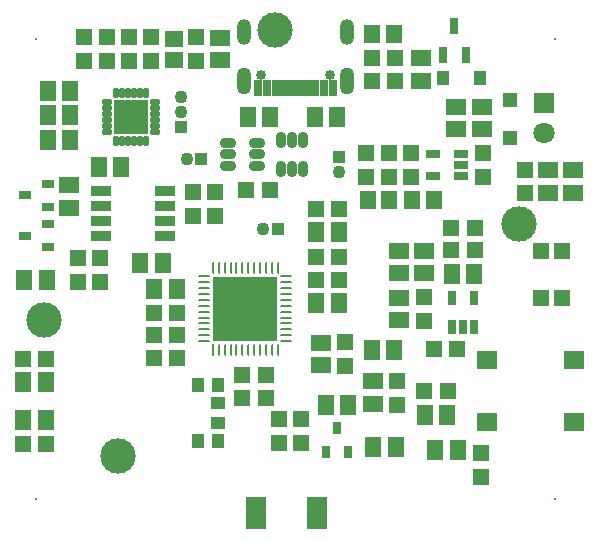
<source format=gts>
G04*
G04 #@! TF.GenerationSoftware,Altium Limited,Altium Designer,22.10.1 (41)*
G04*
G04 Layer_Color=8388736*
%FSLAX44Y44*%
%MOMM*%
G71*
G04*
G04 #@! TF.SameCoordinates,6FA54AF5-B1EA-40D0-AA23-297218595CE5*
G04*
G04*
G04 #@! TF.FilePolarity,Negative*
G04*
G01*
G75*
G04:AMPARAMS|DCode=20|XSize=0.2425mm|YSize=0.9853mm|CornerRadius=0.1212mm|HoleSize=0mm|Usage=FLASHONLY|Rotation=90.000|XOffset=0mm|YOffset=0mm|HoleType=Round|Shape=RoundedRectangle|*
%AMROUNDEDRECTD20*
21,1,0.2425,0.7428,0,0,90.0*
21,1,0.0000,0.9853,0,0,90.0*
1,1,0.2425,0.3714,0.0000*
1,1,0.2425,0.3714,0.0000*
1,1,0.2425,-0.3714,0.0000*
1,1,0.2425,-0.3714,0.0000*
%
%ADD20ROUNDEDRECTD20*%
G04:AMPARAMS|DCode=21|XSize=0.9853mm|YSize=0.2425mm|CornerRadius=0.1212mm|HoleSize=0mm|Usage=FLASHONLY|Rotation=90.000|XOffset=0mm|YOffset=0mm|HoleType=Round|Shape=RoundedRectangle|*
%AMROUNDEDRECTD21*
21,1,0.9853,0.0000,0,0,90.0*
21,1,0.7428,0.2425,0,0,90.0*
1,1,0.2425,0.0000,0.3714*
1,1,0.2425,0.0000,-0.3714*
1,1,0.2425,0.0000,-0.3714*
1,1,0.2425,0.0000,0.3714*
%
%ADD21ROUNDEDRECTD21*%
%ADD22R,0.2425X0.9853*%
%ADD49R,5.5000X5.5000*%
%ADD50R,1.7032X0.8532*%
%ADD51R,1.4224X1.4224*%
%ADD52R,1.4524X1.6524*%
%ADD53R,1.6032X1.4032*%
%ADD54R,1.6524X1.4524*%
%ADD55R,1.0032X0.8032*%
%ADD56R,1.4224X1.4224*%
%ADD57R,1.7032X1.6032*%
%ADD58R,0.8032X1.3032*%
%ADD59R,1.1032X1.1532*%
%ADD60R,1.4032X1.6032*%
%ADD61R,0.8032X1.4032*%
G04:AMPARAMS|DCode=62|XSize=0.8032mm|YSize=1.3032mm|CornerRadius=0.2516mm|HoleSize=0mm|Usage=FLASHONLY|Rotation=90.000|XOffset=0mm|YOffset=0mm|HoleType=Round|Shape=RoundedRectangle|*
%AMROUNDEDRECTD62*
21,1,0.8032,0.8000,0,0,90.0*
21,1,0.3000,1.3032,0,0,90.0*
1,1,0.5032,0.4000,0.1500*
1,1,0.5032,0.4000,-0.1500*
1,1,0.5032,-0.4000,-0.1500*
1,1,0.5032,-0.4000,0.1500*
%
%ADD62ROUNDEDRECTD62*%
G04:AMPARAMS|DCode=63|XSize=0.8032mm|YSize=1.3032mm|CornerRadius=0.2516mm|HoleSize=0mm|Usage=FLASHONLY|Rotation=0.000|XOffset=0mm|YOffset=0mm|HoleType=Round|Shape=RoundedRectangle|*
%AMROUNDEDRECTD63*
21,1,0.8032,0.8000,0,0,0.0*
21,1,0.3000,1.3032,0,0,0.0*
1,1,0.5032,0.1500,-0.4000*
1,1,0.5032,-0.1500,-0.4000*
1,1,0.5032,-0.1500,0.4000*
1,1,0.5032,0.1500,0.4000*
%
%ADD63ROUNDEDRECTD63*%
%ADD64R,1.1032X1.2032*%
%ADD65R,1.2032X1.1032*%
%ADD66R,1.3032X0.8032*%
%ADD67R,1.7032X2.8032*%
%ADD68O,0.4832X0.9532*%
%ADD69O,0.9532X0.4832*%
%ADD70R,3.0032X3.0032*%
%ADD71R,0.5032X1.3532*%
%ADD72R,0.8032X1.3532*%
%ADD73R,1.2532X1.1532*%
%ADD74R,1.3524X1.3524*%
%ADD75R,0.8032X1.0032*%
%ADD76R,1.1016X1.1016*%
%ADD77C,1.1016*%
%ADD78C,3.0000*%
%ADD79C,0.2032*%
%ADD80R,1.1016X1.1016*%
%ADD81C,0.8532*%
%ADD82O,1.2532X2.3032*%
%ADD83O,1.2032X2.2032*%
%ADD84C,1.8032*%
%ADD85R,1.8032X1.8032*%
%ADD86C,0.8632*%
%ADD87C,0.8032*%
D20*
X-77134Y-61134D02*
D03*
Y-56134D02*
D03*
Y-51134D02*
D03*
Y-46134D02*
D03*
Y-41134D02*
D03*
Y-36134D02*
D03*
Y-31134D02*
D03*
Y-26134D02*
D03*
Y-21134D02*
D03*
Y-16134D02*
D03*
Y-11134D02*
D03*
Y-6134D02*
D03*
X-7866D02*
D03*
Y-11134D02*
D03*
Y-16134D02*
D03*
Y-21134D02*
D03*
Y-26134D02*
D03*
Y-36134D02*
D03*
Y-41134D02*
D03*
Y-46134D02*
D03*
Y-51134D02*
D03*
Y-56134D02*
D03*
Y-61134D02*
D03*
Y-31134D02*
D03*
D21*
X-65000Y1000D02*
D03*
X-60000D02*
D03*
X-55000D02*
D03*
X-50000D02*
D03*
X-45000D02*
D03*
X-40000D02*
D03*
X-35000D02*
D03*
X-30000D02*
D03*
X-25000D02*
D03*
X-20000D02*
D03*
X-15000D02*
D03*
Y-68268D02*
D03*
X-20000D02*
D03*
X-25000D02*
D03*
X-30000D02*
D03*
X-35000D02*
D03*
X-40000D02*
D03*
X-45000D02*
D03*
X-50000D02*
D03*
X-55000D02*
D03*
X-60000D02*
D03*
X-65000D02*
D03*
X-70000Y1000D02*
D03*
D22*
Y-68268D02*
D03*
D49*
X-42500Y-33634D02*
D03*
D50*
X-164308Y28000D02*
D03*
Y40700D02*
D03*
Y53400D02*
D03*
Y66100D02*
D03*
X-110308D02*
D03*
Y53400D02*
D03*
Y40700D02*
D03*
Y28000D02*
D03*
D51*
X4999Y-126999D02*
D03*
Y-146999D02*
D03*
X156999Y-175999D02*
D03*
Y-155999D02*
D03*
X-159999Y175999D02*
D03*
Y195999D02*
D03*
X85999Y-94999D02*
D03*
Y-114999D02*
D03*
X-86999Y44999D02*
D03*
Y64999D02*
D03*
X-184309Y9001D02*
D03*
Y-10999D02*
D03*
X-165309Y9001D02*
D03*
Y-10999D02*
D03*
X109001Y-44001D02*
D03*
Y-24001D02*
D03*
X-83999Y175999D02*
D03*
Y195999D02*
D03*
X60001Y77999D02*
D03*
Y97999D02*
D03*
X79001Y77999D02*
D03*
Y97999D02*
D03*
X83999Y179001D02*
D03*
Y159001D02*
D03*
X64999Y179001D02*
D03*
Y159001D02*
D03*
X-140999Y175999D02*
D03*
Y195999D02*
D03*
X-121999D02*
D03*
Y175999D02*
D03*
X-14001Y-126999D02*
D03*
Y-146999D02*
D03*
X194001Y63999D02*
D03*
Y83999D02*
D03*
X-178999Y175999D02*
D03*
Y195999D02*
D03*
X-67999Y44999D02*
D03*
Y64999D02*
D03*
X41999Y-61999D02*
D03*
Y-81999D02*
D03*
X98001Y97999D02*
D03*
Y77999D02*
D03*
X158999Y78001D02*
D03*
Y98001D02*
D03*
D52*
X44501Y-114999D02*
D03*
X25501D02*
D03*
X66000Y-151000D02*
D03*
X85000D02*
D03*
X-229501Y-9001D02*
D03*
X-210501D02*
D03*
X-190499Y109001D02*
D03*
X-209499D02*
D03*
X-166501Y85999D02*
D03*
X-147501D02*
D03*
X-190499Y151001D02*
D03*
X-209499D02*
D03*
X-190499Y130001D02*
D03*
X-209499D02*
D03*
X17499Y30999D02*
D03*
X36499D02*
D03*
X-230501Y-96001D02*
D03*
X-211501D02*
D03*
X-230501Y-128001D02*
D03*
X-211501D02*
D03*
X-131499Y5001D02*
D03*
X-112499D02*
D03*
X17501Y-28999D02*
D03*
X36501D02*
D03*
X109499Y-124001D02*
D03*
X128499D02*
D03*
X-119499Y-16999D02*
D03*
X-100499D02*
D03*
X35499Y128999D02*
D03*
X16499D02*
D03*
X64499Y-69001D02*
D03*
X83499D02*
D03*
X-40499Y129001D02*
D03*
X-21499D02*
D03*
X132501Y-3999D02*
D03*
X151501D02*
D03*
X118499Y-153001D02*
D03*
X137499D02*
D03*
D53*
X-103000Y195000D02*
D03*
Y177000D02*
D03*
D54*
X-192000Y52000D02*
D03*
Y71000D02*
D03*
X21999Y-62499D02*
D03*
Y-81499D02*
D03*
X88001Y-24501D02*
D03*
Y-43501D02*
D03*
X135999Y118501D02*
D03*
Y137501D02*
D03*
X158001Y137499D02*
D03*
Y118499D02*
D03*
X66000Y-114000D02*
D03*
Y-95000D02*
D03*
X-63999Y195499D02*
D03*
Y176499D02*
D03*
X235001Y83499D02*
D03*
X213999Y83501D02*
D03*
Y64501D02*
D03*
X235001Y64499D02*
D03*
X109001Y15499D02*
D03*
Y-3501D02*
D03*
X88001Y15499D02*
D03*
Y-3501D02*
D03*
X106001Y178499D02*
D03*
Y159499D02*
D03*
D55*
X-229435Y28219D02*
D03*
X-209235Y18719D02*
D03*
Y37719D02*
D03*
X-229435Y62219D02*
D03*
X-209235Y52719D02*
D03*
Y71719D02*
D03*
D56*
X36999Y50999D02*
D03*
X16999D02*
D03*
X-211001Y-76001D02*
D03*
X-231001D02*
D03*
X128999Y-103001D02*
D03*
X108999D02*
D03*
X37001Y-8999D02*
D03*
X17001D02*
D03*
X37001Y10001D02*
D03*
X17001D02*
D03*
X152001Y16001D02*
D03*
X132001D02*
D03*
X-41999Y67001D02*
D03*
X-21999D02*
D03*
X-231001Y-148001D02*
D03*
X-211001D02*
D03*
X-99999Y-55999D02*
D03*
X-119999D02*
D03*
X-99999Y-74999D02*
D03*
X-119999D02*
D03*
X-99999Y-36999D02*
D03*
X-119999D02*
D03*
X-45001Y-109001D02*
D03*
X-25001D02*
D03*
X-45001Y-90001D02*
D03*
X-25001D02*
D03*
X117001Y-67999D02*
D03*
X137001D02*
D03*
X132001Y35001D02*
D03*
X152001D02*
D03*
D57*
X236100Y-77000D02*
D03*
X162440D02*
D03*
X236100Y-130000D02*
D03*
X162440D02*
D03*
D58*
X132500Y-25000D02*
D03*
X151500D02*
D03*
Y-49000D02*
D03*
X142000D02*
D03*
X132500D02*
D03*
D59*
X156000Y162000D02*
D03*
X124500Y162000D02*
D03*
D60*
X61000Y58000D02*
D03*
X79000D02*
D03*
X99000D02*
D03*
X117000D02*
D03*
X83000Y199000D02*
D03*
X65000D02*
D03*
D61*
X134500Y206000D02*
D03*
X144000Y181000D02*
D03*
X125000D02*
D03*
D62*
X-57000Y106500D02*
D03*
Y97000D02*
D03*
Y87500D02*
D03*
X-33000D02*
D03*
Y97000D02*
D03*
Y106500D02*
D03*
D63*
X-3000Y85000D02*
D03*
X6500D02*
D03*
X-12500D02*
D03*
Y109000D02*
D03*
X6500D02*
D03*
X-3000D02*
D03*
D64*
X-65500Y-98000D02*
D03*
X-82500D02*
D03*
X-65500Y-146000D02*
D03*
X-82500D02*
D03*
D65*
X-66000Y-130500D02*
D03*
Y-113500D02*
D03*
D66*
X116000Y78500D02*
D03*
Y97500D02*
D03*
X140000D02*
D03*
Y88000D02*
D03*
Y78500D02*
D03*
D67*
X17976Y-206254D02*
D03*
X-33024D02*
D03*
D68*
X-151750Y148750D02*
D03*
X-141750D02*
D03*
X-146750D02*
D03*
X-136750D02*
D03*
Y108250D02*
D03*
X-131750D02*
D03*
X-146750D02*
D03*
X-151750D02*
D03*
X-141750D02*
D03*
X-126750Y148750D02*
D03*
X-131750D02*
D03*
X-126750Y108250D02*
D03*
D69*
X-159500Y141000D02*
D03*
Y131000D02*
D03*
Y126000D02*
D03*
Y136000D02*
D03*
Y121000D02*
D03*
Y116000D02*
D03*
X-119000Y141000D02*
D03*
Y131000D02*
D03*
Y126000D02*
D03*
Y136000D02*
D03*
Y121000D02*
D03*
Y116000D02*
D03*
D70*
X-139250Y128500D02*
D03*
D71*
X17498Y153154D02*
D03*
X12498D02*
D03*
X7498D02*
D03*
X-17502D02*
D03*
X-12502D02*
D03*
X-7502D02*
D03*
X2498D02*
D03*
X-2502D02*
D03*
D72*
X-24002D02*
D03*
X23998D02*
D03*
X-32002D02*
D03*
X31998D02*
D03*
D73*
X182000Y142750D02*
D03*
Y111250D02*
D03*
D74*
X208110Y-24999D02*
D03*
X225890D02*
D03*
X225890Y15001D02*
D03*
X208110D02*
D03*
D75*
X35000Y-135000D02*
D03*
X25500Y-155200D02*
D03*
X44500D02*
D03*
D76*
X-97000Y120500D02*
D03*
X36560Y94690D02*
D03*
D77*
X-97000Y133000D02*
D03*
Y145500D02*
D03*
X36560Y82190D02*
D03*
X-27660Y33400D02*
D03*
X-92140Y93400D02*
D03*
D78*
X-213000Y-43000D02*
D03*
X189000Y38000D02*
D03*
X-17000Y202000D02*
D03*
X-150000Y-158000D02*
D03*
D79*
X220000Y195000D02*
D03*
X-220000D02*
D03*
X220000Y-195000D02*
D03*
X-220000D02*
D03*
D80*
X-15160Y33400D02*
D03*
X-79640Y93400D02*
D03*
D81*
X28898Y163904D02*
D03*
X-28902D02*
D03*
D82*
X-43202Y158904D02*
D03*
X43200D02*
D03*
D83*
X-43202Y200704D02*
D03*
X43198D02*
D03*
D84*
X210000Y115300D02*
D03*
D85*
Y140700D02*
D03*
D86*
X-64500Y-44634D02*
D03*
Y-22634D02*
D03*
Y-33634D02*
D03*
X-20500Y-44634D02*
D03*
Y-22634D02*
D03*
Y-33634D02*
D03*
X-31500Y-55634D02*
D03*
Y-44634D02*
D03*
Y-11634D02*
D03*
Y-22634D02*
D03*
Y-33634D02*
D03*
X-53500Y-55634D02*
D03*
Y-44634D02*
D03*
Y-11634D02*
D03*
Y-22634D02*
D03*
Y-33634D02*
D03*
X-42500Y-55634D02*
D03*
Y-44634D02*
D03*
Y-11634D02*
D03*
Y-22634D02*
D03*
Y-33634D02*
D03*
D87*
X-145250Y134500D02*
D03*
Y122500D02*
D03*
X-133250Y134500D02*
D03*
Y122500D02*
D03*
M02*

</source>
